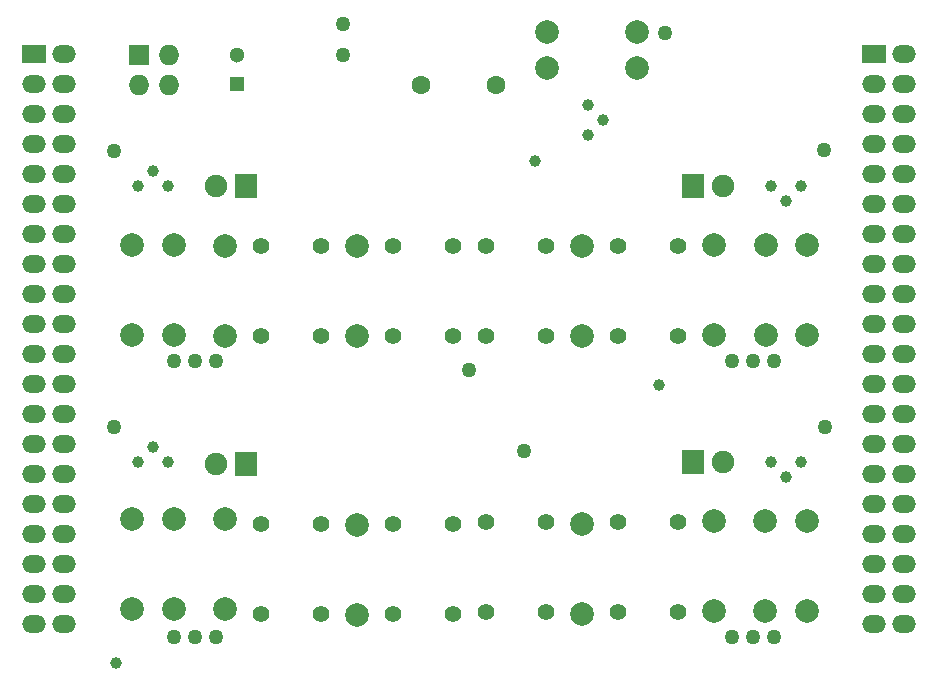
<source format=gbr>
G04 #@! TF.FileFunction,Copper,L1,Top,Signal*
%FSLAX46Y46*%
G04 Gerber Fmt 4.6, Leading zero omitted, Abs format (unit mm)*
G04 Created by KiCad (PCBNEW 4.0.2-4+6225~38~ubuntu14.04.1-stable) date mié 20 jul 2016 10:10:09 ART*
%MOMM*%
G01*
G04 APERTURE LIST*
%ADD10C,0.100000*%
%ADD11R,1.727200X1.727200*%
%ADD12O,1.727200X1.727200*%
%ADD13C,1.600200*%
%ADD14C,1.000000*%
%ADD15R,1.900000X2.000000*%
%ADD16C,1.900000*%
%ADD17C,1.000760*%
%ADD18C,1.998980*%
%ADD19C,1.397000*%
%ADD20R,2.000000X1.524000*%
%ADD21O,2.000000X1.524000*%
%ADD22R,1.300000X1.300000*%
%ADD23C,1.300000*%
%ADD24C,1.270000*%
G04 APERTURE END LIST*
D10*
D11*
X127007800Y-61542700D03*
D12*
X129547800Y-61542700D03*
X127007800Y-64082700D03*
X129547800Y-64082700D03*
D13*
X157178971Y-64124429D03*
X150828971Y-64124429D03*
D14*
X125000000Y-113000000D03*
X160500000Y-70500000D03*
X171000000Y-89500000D03*
D15*
X136017000Y-72644000D03*
D16*
X133477000Y-72644000D03*
D15*
X173863000Y-72644000D03*
D16*
X176403000Y-72644000D03*
D15*
X136017000Y-96139000D03*
D16*
X133477000Y-96139000D03*
D15*
X173863000Y-96012000D03*
D16*
X176403000Y-96012000D03*
D17*
X166243000Y-67056000D03*
X164973000Y-68326000D03*
X164973000Y-65786000D03*
X128143000Y-71374000D03*
X129413000Y-72644000D03*
X126873000Y-72644000D03*
X181737000Y-73914000D03*
X180467000Y-72644000D03*
X183007000Y-72644000D03*
X128143000Y-94742000D03*
X129413000Y-96012000D03*
X126873000Y-96012000D03*
X181737000Y-97282000D03*
X180467000Y-96012000D03*
X183007000Y-96012000D03*
D18*
X134239000Y-85344000D03*
X134239000Y-77724000D03*
X145415000Y-85344000D03*
X145415000Y-77724000D03*
X175641000Y-85217000D03*
X175641000Y-77597000D03*
X164465000Y-85344000D03*
X164465000Y-77724000D03*
X145415000Y-108966000D03*
X145415000Y-101346000D03*
X134239000Y-108458000D03*
X134239000Y-100838000D03*
X175641000Y-108585000D03*
X175641000Y-100965000D03*
X164465000Y-108839000D03*
X164465000Y-101219000D03*
X169164000Y-62611000D03*
X161544000Y-62611000D03*
X169164000Y-59563000D03*
X161544000Y-59563000D03*
X129921000Y-85217000D03*
X129921000Y-77597000D03*
X126365000Y-85217000D03*
X126365000Y-77597000D03*
X180086000Y-85217000D03*
X180086000Y-77597000D03*
X183515000Y-85217000D03*
X183515000Y-77597000D03*
X129921000Y-108458000D03*
X129921000Y-100838000D03*
X126365000Y-108458000D03*
X126365000Y-100838000D03*
X179959000Y-108585000D03*
X179959000Y-100965000D03*
X183515000Y-108585000D03*
X183515000Y-100965000D03*
D19*
X137287000Y-77724000D03*
X142367000Y-77724000D03*
X137287000Y-85344000D03*
X142367000Y-85344000D03*
X148463000Y-77724000D03*
X153543000Y-77724000D03*
X148463000Y-85344000D03*
X153543000Y-85344000D03*
X172593000Y-85344000D03*
X167513000Y-85344000D03*
X172593000Y-77724000D03*
X167513000Y-77724000D03*
X161417000Y-85344000D03*
X156337000Y-85344000D03*
X161417000Y-77724000D03*
X156337000Y-77724000D03*
X148463000Y-101219000D03*
X153543000Y-101219000D03*
X148463000Y-108839000D03*
X153543000Y-108839000D03*
X137287000Y-101219000D03*
X142367000Y-101219000D03*
X137287000Y-108839000D03*
X142367000Y-108839000D03*
X172593000Y-108712000D03*
X167513000Y-108712000D03*
X172593000Y-101092000D03*
X167513000Y-101092000D03*
X161417000Y-108712000D03*
X156337000Y-108712000D03*
X161417000Y-101092000D03*
X156337000Y-101092000D03*
D20*
X189230000Y-61468000D03*
D21*
X191770000Y-61468000D03*
X189230000Y-74168000D03*
X191770000Y-64008000D03*
X189230000Y-76708000D03*
X191770000Y-66548000D03*
X189230000Y-79248000D03*
X191770000Y-69088000D03*
X189230000Y-81788000D03*
X191770000Y-71628000D03*
X189230000Y-84328000D03*
X191770000Y-74168000D03*
X189230000Y-86868000D03*
X191770000Y-76708000D03*
X189230000Y-89408000D03*
X191770000Y-79248000D03*
X189230000Y-91948000D03*
X191770000Y-81788000D03*
X189230000Y-94488000D03*
X191770000Y-84328000D03*
X189230000Y-97028000D03*
X191770000Y-86868000D03*
X189230000Y-99568000D03*
X191770000Y-89408000D03*
X191770000Y-91948000D03*
X189230000Y-102108000D03*
X191770000Y-94488000D03*
X191770000Y-99568000D03*
X191770000Y-102108000D03*
X191770000Y-104648000D03*
X191770000Y-107188000D03*
X189230000Y-104648000D03*
X189230000Y-107188000D03*
X189230000Y-64008000D03*
X189230000Y-66548000D03*
X189230000Y-69088000D03*
X189230000Y-71628000D03*
X189230000Y-109728000D03*
X191770000Y-109728000D03*
X191770000Y-97028000D03*
D20*
X118110000Y-61468000D03*
D21*
X120650000Y-61468000D03*
X118110000Y-64008000D03*
X120650000Y-64008000D03*
X118110000Y-66548000D03*
X120650000Y-66548000D03*
X118110000Y-69088000D03*
X120650000Y-69088000D03*
X118110000Y-71628000D03*
X120650000Y-71628000D03*
X118110000Y-74168000D03*
X120650000Y-74168000D03*
X118110000Y-76708000D03*
X120650000Y-76708000D03*
X118110000Y-79248000D03*
X120650000Y-79248000D03*
X118110000Y-81788000D03*
X120650000Y-81788000D03*
X118110000Y-84328000D03*
X120650000Y-84328000D03*
X118110000Y-86868000D03*
X120650000Y-86868000D03*
X118110000Y-89408000D03*
X120650000Y-89408000D03*
X118110000Y-91948000D03*
X120650000Y-91948000D03*
X118110000Y-94488000D03*
X120650000Y-94488000D03*
X118110000Y-97028000D03*
X120650000Y-97028000D03*
X118110000Y-99568000D03*
X120650000Y-99568000D03*
X118110000Y-102108000D03*
X120650000Y-102108000D03*
X118110000Y-104648000D03*
X120650000Y-104648000D03*
X118110000Y-107188000D03*
X120650000Y-107188000D03*
X118110000Y-109728000D03*
X120650000Y-109728000D03*
D22*
X135255000Y-64008000D03*
D23*
X135255000Y-61508000D03*
D24*
X124848800Y-69670700D03*
X171521300Y-59637700D03*
X184983300Y-69607200D03*
X124848800Y-93038700D03*
X185046800Y-93038700D03*
X154947800Y-88212700D03*
X159596000Y-95058000D03*
X144279800Y-61542700D03*
X131706800Y-87450700D03*
X133484800Y-87450700D03*
X178950800Y-87450700D03*
X177172800Y-87450700D03*
X131706800Y-110818700D03*
X133484800Y-110818700D03*
X178950800Y-110818700D03*
X177172800Y-110818700D03*
X144279800Y-58875700D03*
X129928800Y-87450700D03*
X180728800Y-87450700D03*
X129928800Y-110818700D03*
X180728800Y-110818700D03*
M02*

</source>
